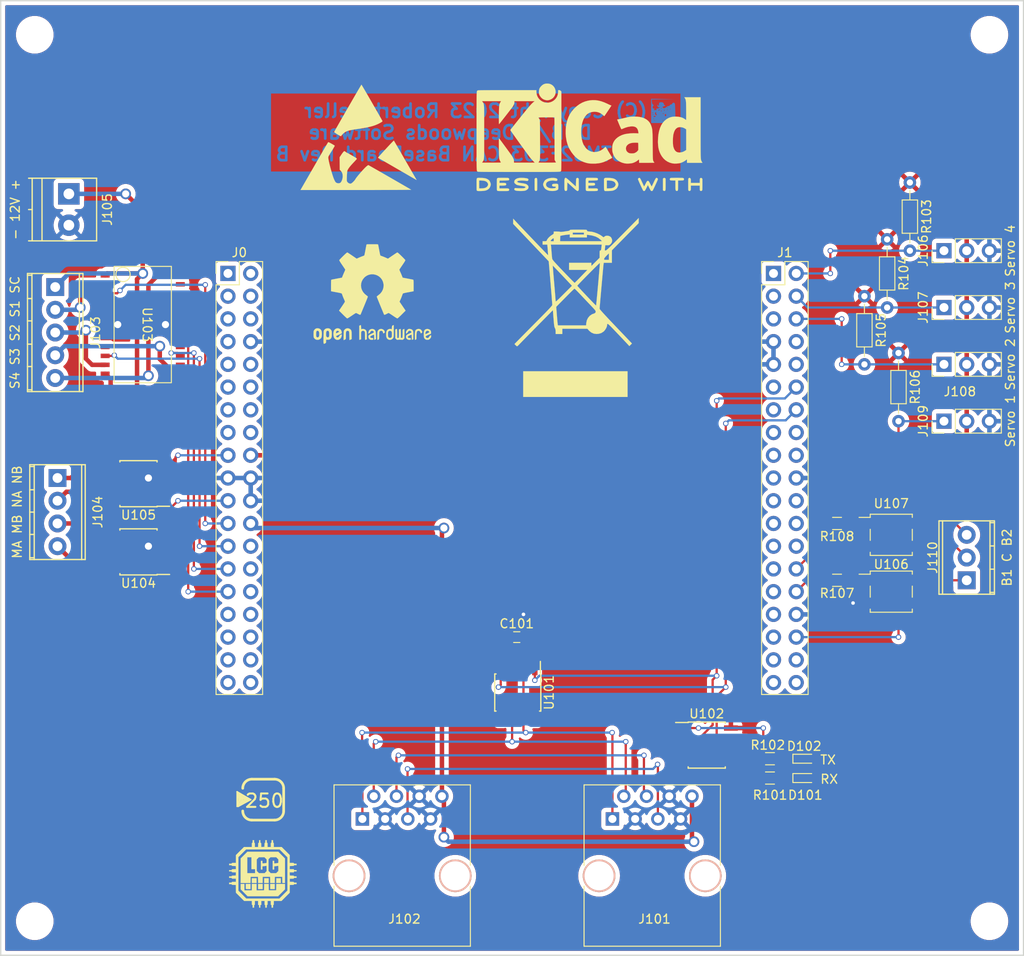
<source format=kicad_pcb>
(kicad_pcb (version 20211014) (generator pcbnew)
  (layers (0 "F.Cu" signal) (31 "B.Cu" signal) (34 "B.Paste" user) (35 "F.Paste" user) (36 "B.SilkS" user "B.Silkscreen") (37 "F.SilkS" user "F.Silkscreen") (38 "B.Mask" user) (39 "F.Mask" user) (44 "Edge.Cuts" user))
  (net 0 "")
  (net 16 "Net-(J0-Pad17)")
  (net 17 "Net-(J0-Pad21)")
  (net 18 "Net-(U103-Pad3)")
  (net 19 "Net-(U103-Pad6)")
  (net 21 "Net-(U103-Pad11)")
  (net 23 "Net-(U103-Pad14)")
  (net 59 "GND")
  (net 60 "+5V")
  (net 61 "/LCC_CAN_12V")
  (net 62 "/CAN_TX")
  (net 63 "/CAN_RX")
  (net 64 "Net-(J101-Pad1)")
  (net 65 "Net-(J101-Pad2)")
  (net 66 "Net-(J101-Pad4)")
  (net 67 "Net-(J101-Pad5)")
  (net 69 "Net-(D101-Pad1)")
  (net 70 "Net-(D102-Pad1)")
  (net 71 "Net-(R101-Pad2)")
  (net 72 "Net-(R102-Pad2)")
  (net 73 "+12V")
  (net 74 "Net-(J103-Pad2)")
  (net 75 "Net-(J103-Pad4)")
  (net 76 "Net-(J103-Pad3)")
  (net 77 "Net-(J103-Pad5)")
  (net 78 "Net-(J104-Pad4)")
  (net 79 "Net-(J104-Pad1)")
  (net 80 "Net-(J104-Pad2)")
  (net 81 "Net-(J104-Pad3)")
  (net 82 "/Servo4")
  (net 83 "/Servo3")
  (net 84 "/Servo2")
  (net 85 "/SSR2")
  (net 86 "/SSR1")
  (net 87 "/Servo1")
  (net 88 "Net-(J110-Pad3)")
  (net 89 "Net-(J110-Pad1)")
  (net 90 "Net-(J110-Pad2)")
  (net 91 "Net-(R107-Pad1)")
  (net 92 "Net-(R108-Pad1)")
  (footprint "LEDs:LED_0603" (layer "F.Cu") (at 133.007 124.968)
    (fp_text reference "D101")
    (fp_text value "RX")
  )
  (footprint "LEDs:LED_0603" (layer "F.Cu") (at 133.007 122.809)
    (fp_text reference "D102")
    (fp_text value "TX")
  )
  (footprint "Resistors_SMD:R_0603" (layer "F.Cu") (at 129.147 124.968 180)
    (fp_text reference "R101")
    (fp_text value "390")
  )
  (footprint "Resistors_SMD:R_0603" (layer "F.Cu") (at 129.147 122.809 180)
    (fp_text reference "R102")
    (fp_text value "390")
  )
  (footprint "Housings_SOIC:SOIC-8_3.9x4.9mm_Pitch1.27mm" (layer "F.Cu") (at 122.08 121.285)
    (fp_text reference "U102")
    (fp_text value "LM358")
  )
  (footprint "Symbols:ESD-Logo_13.2x12mm_SilkScreen" (layer "F.Cu") (at 83.185 53.34)
    (fp_text reference "REF***" hide)
    (fp_text value "ESD-Logo_13.2x12mm_SilkScreen" hide)
  )
  (footprint "Symbols:KiCad-Logo2_12mm_SilkScreen" (layer "F.Cu") (at 108.966 53.34)
    (fp_text reference "REF***" hide)
    (fp_text value "KiCad-Logo2_12mm_SilkScreen" hide)
  )
  (footprint "Symbols:OSHW-Logo2_14.6x12mm_SilkScreen" (layer "F.Cu") (at 84.709 70.866)
    (fp_text reference "REF***" hide)
    (fp_text value "OSHW-Logo2_14.6x12mm_SilkScreen" hide)
  )
  (footprint "Symbols:WEEE-Logo_14x20mm_SilkScreen" (layer "F.Cu") (at 107.442 72.39)
    (fp_text reference "REF***" hide)
    (fp_text value "WEEE-Logo_14x20mm_SilkScreen" hide)
  )
  (footprint "PowerLabels:PowerLabel-250" (layer "F.Cu") (at 72.517 127.381)
    (fp_text reference "REF**" hide)
    (fp_text value "PowerLabel-250" hide)
  )
  (footprint "LCC_LOGO:LCC_LOGO_9x9" (layer "F.Cu") (at 72.517 135.636)
    (fp_text reference "G***" hide)
    (fp_text value "LCC" hide)
  )
  (footprint "DWSLogoBCU:DWSLogoBCU" (layer "F.Cu") (at 117.221 50.419)
    (fp_text reference "")
    (fp_text value "")
  )
  (footprint "stm32Morpho:ST_MorfoHeader" (layer "F.Cu") (at 68.58 68.58)
    (fp_text reference "J0")
    (fp_text value "CN7")
  )
  (footprint "stm32Morpho:ST_MorfoHeader" (layer "F.Cu") (at 129.54 68.58)
    (fp_text reference "J1")
    (fp_text value "CN10")
  )
  (footprint "Capacitors_SMD:C_0603" (layer "F.Cu") (at 100.85 109.22)
    (fp_text reference "C101")
    (fp_text value ".1 uf")
  )
  (footprint "Connectors:RJ45_8" (layer "F.Cu") (at 111.54 129.54)
    (fp_text reference "J101")
    (fp_text value "LCC")
  )
  (footprint "Connectors:RJ45_8" (layer "F.Cu") (at 83.6 129.54)
    (fp_text reference "J102")
    (fp_text value "LCC")
  )
  (footprint "Housings_SOIC:SOIC-8_3.9x4.9mm_Pitch1.27mm" (layer "F.Cu") (at 100.965 115.41 -90)
    (fp_text reference "U101")
    (fp_text value "SN65HVD1050")
  )
  (footprint "Mounting_Holes:MountingHole_3.2mm_M3" (layer "F.Cu") (at 46.99 140.97)
    (fp_text reference "MK101" hide)
    (fp_text value "Mounting_Hole" hide)
  )
  (footprint "Mounting_Holes:MountingHole_3.2mm_M3" (layer "F.Cu") (at 153.67 140.97)
    (fp_text reference "MK102" hide)
    (fp_text value "Mounting_Hole" hide)
  )
  (footprint "Mounting_Holes:MountingHole_3.2mm_M3" (layer "F.Cu") (at 46.99 41.91)
    (fp_text reference "MK103" hide)
    (fp_text value "Mounting_Hole" hide)
  )
  (footprint "Mounting_Holes:MountingHole_3.2mm_M3" (layer "F.Cu") (at 153.67 41.91)
    (fp_text reference "MK104" hide)
    (fp_text value "Mounting_Hole" hide)
  )
  (footprint "Terminal_Blocks:TerminalBlock_Pheonix_MPT-2.54mm_5pol" (layer "F.Cu") (at 49.276 70.104 -90)
    (fp_text reference "J103")
    (fp_text value "S4 S3 S2 S1 SC")
  )
  (footprint "Terminal_Blocks:TerminalBlock_Pheonix_MPT-2.54mm_4pol" (layer "F.Cu") (at 49.53 91.44 -90)
    (fp_text reference "J104")
    (fp_text value "MA MB NA NB")
  )
  (footprint "Housings_SOIC:SOIC-8_3.9x4.9mm_Pitch1.27mm" (layer "F.Cu") (at 58.58 99.695 180)
    (fp_text reference "U104")
    (fp_text value "TC4428")
  )
  (footprint "Housings_SOIC:SOIC-8_3.9x4.9mm_Pitch1.27mm" (layer "F.Cu") (at 58.58 92.075 180)
    (fp_text reference "U105")
    (fp_text value "TC4428")
  )
  (footprint "Terminal_Blocks:TerminalBlock_Pheonix_PT-3.5mm_2pol" (layer "F.Cu") (at 50.8 59.69 -90)
    (fp_text reference "J105")
    (fp_text value "- 12V +")
  )
  (footprint "Pin_Headers:Pin_Header_Straight_1x03_Pitch2.54mm" (layer "F.Cu") (at 148.59 66.04 90)
    (fp_text reference "J106")
    (fp_text value "Servo 4")
  )
  (footprint "Pin_Headers:Pin_Header_Straight_1x03_Pitch2.54mm" (layer "F.Cu") (at 148.59 72.39 90)
    (fp_text reference "J107")
    (fp_text value "Servo 3")
  )
  (footprint "Pin_Headers:Pin_Header_Straight_1x03_Pitch2.54mm" (layer "F.Cu") (at 148.59 78.74 90)
    (fp_text reference "J108")
    (fp_text value "Servo 2")
  )
  (footprint "Pin_Headers:Pin_Header_Straight_1x03_Pitch2.54mm" (layer "F.Cu") (at 148.59 85.09 90)
    (fp_text reference "J109")
    (fp_text value "Servo 1")
  )
  (footprint "Resistors_THT:R_Axial_DIN0204_L3.6mm_D1.6mm_P7.62mm_Horizontal" (layer "F.Cu") (at 144.78 58.42 -90)
    (fp_text reference "R103")
    (fp_text value "5K to 20K")
  )
  (footprint "Resistors_THT:R_Axial_DIN0204_L3.6mm_D1.6mm_P7.62mm_Horizontal" (layer "F.Cu") (at 142.24 64.77 -90)
    (fp_text reference "R104")
    (fp_text value "5K to 20K")
  )
  (footprint "Resistors_THT:R_Axial_DIN0204_L3.6mm_D1.6mm_P7.62mm_Horizontal" (layer "F.Cu") (at 139.7 71.12 -90)
    (fp_text reference "R105")
    (fp_text value "5K to 20K")
  )
  (footprint "Resistors_THT:R_Axial_DIN0204_L3.6mm_D1.6mm_P7.62mm_Horizontal" (layer "F.Cu") (at 143.51 77.47 -90)
    (fp_text reference "R106")
    (fp_text value "5K to 20K")
  )
  (footprint "Terminal_Blocks:TerminalBlock_Pheonix_MPT-2.54mm_3pol" (layer "F.Cu") (at 151.13 102.87 90)
    (fp_text reference "J110")
    (fp_text value "B1 C B2")
  )
  (footprint "Resistors_SMD:R_0603" (layer "F.Cu") (at 136.64 102.87 180)
    (fp_text reference "R107")
    (fp_text value "330")
  )
  (footprint "Resistors_SMD:R_0603" (layer "F.Cu") (at 136.64 96.52 180)
    (fp_text reference "R108")
    (fp_text value "330")
  )
  (footprint "Housings_SOIC:SO-4_4.4x4.3mm_Pitch2.54mm" (layer "F.Cu") (at 142.7 104.14)
    (fp_text reference "U106")
    (fp_text value "G3VM-61VY4")
  )
  (footprint "Housings_SOIC:SO-4_4.4x4.3mm_Pitch2.54mm" (layer "F.Cu") (at 142.7 97.79)
    (fp_text reference "U107")
    (fp_text value "G3VM-61VY4")
  )
  (footprint "MyHSOP:HSOP16-P-300-1.00" (layer "F.Cu") (at 59.055 74.295 -90)
    (fp_text reference "U103")
    (fp_text value "TBD62064AFG")
  )
  (gr_line (start 157.48 38.1) (end 43.18 38.1) (layer "Edge.Cuts") (width 0.15))
  (gr_line (start 43.18 144.78) (end 157.48 144.78) (layer "Edge.Cuts") (width 0.15))
  (gr_line (start 43.18 38.1) (end 43.18 144.78) (layer "Edge.Cuts") (width 0.15))
  (gr_line (start 157.48 144.78) (end 157.48 38.1) (layer "Edge.Cuts") (width 0.15))
  (gr_text "(C) Copyright 2023 Robert Heller\n     D/B/A Deepwoods Software\n     STM32F303 CAN BaseBoard Rev B\n" (at 96.266 52.832) (layer "B.Cu") (effects (font (size 1.5 1.5) (thickness 0.3)) (justify mirror)))
  (segment (start 62.738 89.187) (end 62.738 89.070264) (width 0.25) (layer "F.Cu") (net 16))
  (segment (start 62.738 91.727) (end 62.738 89.070264) (width 0.25) (layer "F.Cu") (net 16))
  (segment (start 62.738 89.408) (end 62.738 89.070264) (width 0.25) (layer "F.Cu") (net 16))
  (segment (start 61.755 90.17) (end 62.738 89.187) (width 0.25) (layer "F.Cu") (net 16))
  (segment (start 62.821737 89.070264) (end 62.992001 88.9) (width 0.25) (layer "F.Cu") (net 16))
  (segment (start 62.738 89.070264) (end 62.821737 89.070264) (width 0.25) (layer "F.Cu") (net 16))
  (segment (start 61.755 92.71) (end 62.738 91.727) (width 0.25) (layer "F.Cu") (net 16))
  (segment (start 61.28 92.71) (end 61.755 92.71) (width 0.25) (layer "F.Cu") (net 16))
  (segment (start 61.28 90.17) (end 61.755 90.17) (width 0.25) (layer "F.Cu") (net 16))
  (segment (start 61.976 90.17) (end 62.738 89.408) (width 0.25) (layer "F.Cu") (net 16))
  (segment (start 62.692002 89.199999) (end 62.992001 88.9) (width 0.25) (layer "F.Cu") (net 16))
  (via (at 62.992001 88.9) (size 0.6) (drill 0.4) (layers "F.Cu" "B.Cu") (net 16))
  (segment (start 68.58 88.9) (end 62.992001 88.9) (width 0.25) (layer "B.Cu") (net 16))
  (segment (start 62.305 97.79) (end 62.380001 97.865001) (width 0.25) (layer "F.Cu") (net 17))
  (segment (start 62.380001 97.865001) (end 62.380001 99.704999) (width 0.25) (layer "F.Cu") (net 17))
  (segment (start 61.28 97.79) (end 61.28 95.692) (width 0.25) (layer "F.Cu") (net 17))
  (segment (start 62.380001 99.704999) (end 61.755 100.33) (width 0.25) (layer "F.Cu") (net 17))
  (segment (start 61.28 95.692) (end 62.692001 94.279999) (width 0.25) (layer "F.Cu") (net 17))
  (segment (start 61.755 100.33) (end 61.28 100.33) (width 0.25) (layer "F.Cu") (net 17))
  (segment (start 61.28 97.79) (end 62.305 97.79) (width 0.25) (layer "F.Cu") (net 17))
  (segment (start 62.692001 94.279999) (end 62.992 93.98) (width 0.25) (layer "F.Cu") (net 17))
  (via (at 62.992 93.98) (size 0.6) (drill 0.4) (layers "F.Cu" "B.Cu") (net 17))
  (segment (start 68.58 93.98) (end 62.992 93.98) (width 0.25) (layer "B.Cu") (net 17))
  (segment (start 66.04 96.52) (end 66.04 69.85) (width 0.25) (layer "F.Cu") (net 18))
  (segment (start 56.205 70.795) (end 56.515 70.485) (width 0.25) (layer "F.Cu") (net 18))
  (segment (start 54.855 70.795) (end 56.205 70.795) (width 0.25) (layer "F.Cu") (net 18))
  (via (at 66.04 69.85) (size 0.6) (drill 0.4) (layers "F.Cu" "B.Cu") (net 18))
  (via (at 56.515 70.485) (size 0.6) (drill 0.4) (layers "F.Cu" "B.Cu") (net 18))
  (via (at 66.04 96.52) (size 0.6) (drill 0.4) (layers "F.Cu" "B.Cu") (net 18))
  (segment (start 66.04 69.85) (end 57.15 69.85) (width 0.25) (layer "B.Cu") (net 18))
  (segment (start 57.15 69.85) (end 56.515 70.485) (width 0.25) (layer "B.Cu") (net 18))
  (segment (start 68.58 96.52) (end 66.04 96.52) (width 0.25) (layer "B.Cu") (net 18))
  (segment (start 55.809 77.795) (end 55.88 77.724) (width 0.25) (layer "F.Cu") (net 19))
  (segment (start 65.405 99.06) (end 65.405 78.105) (width 0.25) (layer "F.Cu") (net 19))
  (segment (start 54.855 77.795) (end 55.809 77.795) (width 0.25) (layer "F.Cu") (net 19))
  (via (at 65.405 99.06) (size 0.6) (drill 0.4) (layers "F.Cu" "B.Cu") (net 19))
  (via (at 65.405 78.105) (size 0.6) (drill 0.4) (layers "F.Cu" "B.Cu") (net 19))
  (via (at 55.88 77.724) (size 0.6) (drill 0.4) (layers "F.Cu" "B.Cu") (net 19))
  (segment (start 56.261 78.105) (end 55.88 77.724) (width 0.25) (layer "B.Cu") (net 19))
  (segment (start 68.58 99.06) (end 65.405 99.06) (width 0.25) (layer "B.Cu") (net 19))
  (segment (start 65.405 78.105) (end 56.261 78.105) (width 0.25) (layer "B.Cu") (net 19))
  (segment (start 62.23 77.47) (end 62.93 77.47) (width 0.25) (layer "F.Cu") (net 21))
  (segment (start 64.77 101.6) (end 64.77 78.91) (width 0.25) (layer "F.Cu") (net 21))
  (segment (start 64.77 78.91) (end 64.77 77.47) (width 0.25) (layer "F.Cu") (net 21))
  (segment (start 62.93 77.47) (end 63.255 77.795) (width 0.25) (layer "F.Cu") (net 21))
  (via (at 62.23 77.47) (size 0.6) (drill 0.4) (layers "F.Cu" "B.Cu") (net 21))
  (via (at 64.77 101.6) (size 0.6) (drill 0.4) (layers "F.Cu" "B.Cu") (net 21))
  (via (at 64.77 77.47) (size 0.6) (drill 0.4) (layers "F.Cu" "B.Cu") (net 21))
  (segment (start 64.77 77.47) (end 62.23 77.47) (width 0.25) (layer "B.Cu") (net 21))
  (segment (start 68.58 101.6) (end 64.77 101.6) (width 0.25) (layer "B.Cu") (net 21))
  (segment (start 64.135 71.12) (end 63.81 70.795) (width 0.25) (layer "F.Cu") (net 23))
  (segment (start 63.81 70.795) (end 63.255 70.795) (width 0.25) (layer "F.Cu") (net 23))
  (segment (start 64.135 104.14) (end 64.135 71.12) (width 0.25) (layer "F.Cu") (net 23))
  (via (at 64.135 104.14) (size 0.6) (drill 0.4) (layers "F.Cu" "B.Cu") (net 23))
  (segment (start 68.58 104.14) (end 64.135 104.14) (width 0.25) (layer "B.Cu") (net 23))
  (segment (start 101.6 112.71) (end 101.6 109.22) (width 0.25) (layer "F.Cu") (net 59))
  (segment (start 139.7 104.76) (end 139.7 105.41) (width 0.25) (layer "F.Cu") (net 59))
  (segment (start 141.224 103.236) (end 139.7 104.76) (width 0.25) (layer "F.Cu") (net 59))
  (segment (start 101.6 109.22) (end 101.6 106.68) (width 0.25) (layer "F.Cu") (net 59))
  (segment (start 119.38 123.19) (end 119.38 125.51) (width 0.25) (layer "F.Cu") (net 59))
  (segment (start 63.255 74.295) (end 61.595 74.295) (width 0.5) (layer "F.Cu") (net 59))
  (segment (start 61.28 91.44) (end 59.69 91.44) (width 0.5) (layer "F.Cu") (net 59))
  (segment (start 101.6 113.735) (end 101.6 112.71) (width 0.25) (layer "F.Cu") (net 59))
  (segment (start 102.87 118.11) (end 102.87 117.085) (width 0.25) (layer "F.Cu") (net 59))
  (segment (start 139.7 99.71) (end 141.224 101.234) (width 0.25) (layer "F.Cu") (net 59))
  (segment (start 101.6 115.815) (end 101.6 113.735) (width 0.25) (layer "F.Cu") (net 59))
  (segment (start 61.28 99.06) (end 59.69 99.06) (width 0.5) (layer "F.Cu") (net 59))
  (segment (start 139.7 99.06) (end 139.7 99.71) (width 0.25) (layer "F.Cu") (net 59))
  (segment (start 54.855 74.295) (end 56.261 74.295) (width 0.5) (layer "F.Cu") (net 59))
  (segment (start 102.87 117.085) (end 101.6 115.815) (width 0.25) (layer "F.Cu") (net 59))
  (segment (start 139.7 105.41) (end 138.43 105.41) (width 0.25) (layer "F.Cu") (net 59))
  (segment (start 119.38 125.51) (end 117.89 127) (width 0.25) (layer "F.Cu") (net 59))
  (segment (start 141.224 101.234) (end 141.224 103.236) (width 0.25) (layer "F.Cu") (net 59))
  (via (at 59.69 99.06) (size 1.2) (drill 0.8) (layers "F.Cu" "B.Cu") (net 59))
  (via (at 138.43 105.41) (size 0.6) (drill 0.4) (layers "F.Cu" "B.Cu") (net 59))
  (via (at 101.6 106.68) (size 0.6) (drill 0.4) (layers "F.Cu" "B.Cu") (net 59))
  (via (at 56.261 74.295) (size 1.2) (drill 0.8) (layers "F.Cu" "B.Cu") (net 59))
  (via (at 61.595 74.295) (size 1.2) (drill 0.8) (layers "F.Cu" "B.Cu") (net 59))
  (via (at 59.69 91.44) (size 1.2) (drill 0.8) (layers "F.Cu" "B.Cu") (net 59))
  (segment (start 92.71 127.22) (end 92.49 127) (width 0.5) (layer "F.Cu") (net 61))
  (segment (start 92.71 131.572) (end 92.71 127.22) (width 0.5) (layer "F.Cu") (net 61))
  (segment (start 92.49 127) (end 92.49 97.248) (width 0.5) (layer "F.Cu") (net 61))
  (segment (start 120.43 131.86) (end 120.65 132.08) (width 0.5) (layer "F.Cu") (net 61))
  (segment (start 120.43 127) (end 120.43 131.86) (width 0.5) (layer "F.Cu") (net 61))
  (segment (start 92.49 97.248) (end 92.71 97.028) (width 0.5) (layer "F.Cu") (net 61))
  (via (at 92.71 131.572) (size 1.2) (drill 0.8) (layers "F.Cu" "B.Cu") (net 61))
  (via (at 92.71 97.028) (size 1.2) (drill 0.8) (layers "F.Cu" "B.Cu") (net 61))
  (via (at 120.65 132.08) (size 1.2) (drill 0.8) (layers "F.Cu" "B.Cu") (net 61))
  (segment (start 92.71 97.028) (end 71.628 97.028) (width 0.5) (layer "B.Cu") (net 61))
  (segment (start 120.65 132.08) (end 93.218 132.08) (width 0.5) (layer "B.Cu") (net 61))
  (segment (start 93.218 132.08) (end 92.71 131.572) (width 0.5) (layer "B.Cu") (net 61))
  (segment (start 71.628 97.028) (end 71.12 96.52) (width 0.5) (layer "B.Cu") (net 61))
  (segment (start 123.19 82.804) (end 123.19 113.538) (width 0.25) (layer "F.Cu") (net 62))
  (segment (start 122.73999 113.98801) (end 122.890001 113.837999) (width 0.25) (layer "F.Cu") (net 62))
  (segment (start 119.38 121.92) (end 119.855 121.92) (width 0.25) (layer "F.Cu") (net 62))
  (segment (start 102.87 114.046) (end 102.87 112.71) (width 0.25) (layer "F.Cu") (net 62))
  (segment (start 122.73999 119.03501) (end 122.73999 113.98801) (width 0.25) (layer "F.Cu") (net 62))
  (segment (start 119.855 121.92) (end 122.73999 119.03501) (width 0.25) (layer "F.Cu") (net 62))
  (segment (start 122.890001 113.837999) (end 123.19 113.538) (width 0.25) (layer "F.Cu") (net 62))
  (via (at 102.87 114.046) (size 0.6) (drill 0.4) (layers "F.Cu" "B.Cu") (net 62))
  (via (at 123.19 113.538) (size 0.6) (drill 0.4) (layers "F.Cu" "B.Cu") (net 62))
  (via (at 123.19 82.804) (size 0.6) (drill 0.4) (layers "F.Cu" "B.Cu") (net 62))
  (segment (start 130.81 82.55) (end 123.444 82.55) (width 0.25) (layer "B.Cu") (net 62))
  (segment (start 132.08 81.28) (end 130.81 82.55) (width 0.25) (layer "B.Cu") (net 62))
  (segment (start 123.19 113.538) (end 103.378 113.538) (width 0.25) (layer "B.Cu") (net 62))
  (segment (start 123.444 82.55) (end 123.19 82.804) (width 0.25) (layer "B.Cu") (net 62))
  (segment (start 103.378 113.538) (end 102.87 114.046) (width 0.25) (layer "B.Cu") (net 62))
  (segment (start 124.305 123.19) (end 123.19 122.075) (width 0.25) (layer "F.Cu") (net 63))
  (segment (start 124.78 123.19) (end 124.305 123.19) (width 0.25) (layer "F.Cu") (net 63))
  (segment (start 99.06 112.71) (end 99.06 114.554) (width 0.25) (layer "F.Cu") (net 63))
  (segment (start 124.206 114.808) (end 124.206 85.344) (width 0.25) (layer "F.Cu") (net 63))
  (segment (start 99.06 114.554) (end 98.806 114.808) (width 0.25) (layer "F.Cu") (net 63))
  (segment (start 123.19 115.824) (end 124.206 114.808) (width 0.25) (layer "F.Cu") (net 63))
  (segment (start 123.19 122.075) (end 123.19 115.824) (width 0.25) (layer "F.Cu") (net 63))
  (via (at 124.206 85.344) (size 0.6) (drill 0.4) (layers "F.Cu" "B.Cu") (net 63))
  (via (at 124.206 114.808) (size 0.6) (drill 0.4) (layers "F.Cu" "B.Cu") (net 63))
  (via (at 98.806 114.808) (size 0.6) (drill 0.4) (layers "F.Cu" "B.Cu") (net 63))
  (segment (start 131.230001 84.669999) (end 132.08 83.82) (width 0.25) (layer "B.Cu") (net 63))
  (segment (start 98.806 114.808) (end 124.206 114.808) (width 0.25) (layer "B.Cu") (net 63))
  (segment (start 130.904999 84.995001) (end 131.230001 84.669999) (width 0.25) (layer "B.Cu") (net 63))
  (segment (start 124.206 85.344) (end 124.554999 84.995001) (width 0.25) (layer "B.Cu") (net 63))
  (segment (start 124.554999 84.995001) (end 130.904999 84.995001) (width 0.25) (layer "B.Cu") (net 63))
  (segment (start 83.6 122.97) (end 83.566 122.936) (width 0.25) (layer "F.Cu") (net 64))
  (segment (start 83.6 129.54) (end 83.6 122.97) (width 0.25) (layer "F.Cu") (net 64))
  (segment (start 101.6 119.634) (end 101.854 119.888) (width 0.25) (layer "F.Cu") (net 64))
  (segment (start 101.6 118.11) (end 101.6 119.634) (width 0.25) (layer "F.Cu") (net 64))
  (segment (start 111.54 119.92198) (end 111.506 119.88798) (width 0.25) (layer "F.Cu") (net 64))
  (segment (start 83.566 120.312264) (end 83.566 119.888) (width 0.25) (layer "F.Cu") (net 64))
  (segment (start 111.54 129.54) (end 111.54 119.92198) (width 0.25) (layer "F.Cu") (net 64))
  (segment (start 83.566 122.936) (end 83.566 120.312264) (width 0.25) (layer "F.Cu") (net 64))
  (via (at 83.566 119.888) (size 0.6) (drill 0.4) (layers "F.Cu" "B.Cu") (net 64))
  (via (at 111.506 119.88798) (size 0.6) (drill 0.4) (layers "F.Cu" "B.Cu") (net 64))
  (via (at 101.854 119.888) (size 0.6) (drill 0.4) (layers "F.Cu" "B.Cu") (net 64))
  (segment (start 101.854 119.888) (end 111.50598 119.888) (width 0.25) (layer "B.Cu") (net 64))
  (segment (start 101.854 119.888) (end 83.566 119.888) (width 0.25) (layer "B.Cu") (net 64))
  (segment (start 111.50598 119.888) (end 111.506 119.88798) (width 0.25) (layer "B.Cu") (net 64))
  (segment (start 100.33 118.11) (end 100.33 120.904) (width 0.25) (layer "F.Cu") (net 65))
  (segment (start 84.87 121.124) (end 85.09 120.904) (width 0.25) (layer "F.Cu") (net 65))
  (segment (start 113.029994 122.427994) (end 113.029994 121.328264) (width 0.25) (layer "F.Cu") (net 65))
  (segment (start 113.029994 121.328264) (end 113.029994 120.904) (width 0.25) (layer "F.Cu") (net 65))
  (segment (start 84.87 127) (end 84.87 121.124) (width 0.25) (layer "F.Cu") (net 65))
  (segment (start 113.03 126.78) (end 113.03 122.428) (width 0.25) (layer "F.Cu") (net 65))
  (segment (start 100.33 120.904) (end 100.329997 120.904003) (width 0.25) (layer "F.Cu") (net 65))
  (segment (start 113.03 122.428) (end 113.029994 122.427994) (width 0.25) (layer "F.Cu") (net 65))
  (via (at 85.09 120.904) (size 0.6) (drill 0.4) (layers "F.Cu" "B.Cu") (net 65))
  (via (at 113.029994 120.904) (size 0.6) (drill 0.4) (layers "F.Cu" "B.Cu") (net 65))
  (via (at 100.329997 120.904003) (size 0.6) (drill 0.4) (layers "F.Cu" "B.Cu") (net 65))
  (segment (start 100.329997 120.904003) (end 85.090003 120.904003) (width 0.25) (layer "B.Cu") (net 65))
  (segment (start 85.090003 120.904003) (end 85.09 120.904) (width 0.25) (layer "B.Cu") (net 65))
  (segment (start 100.329997 120.904003) (end 113.029991 120.904003) (width 0.25) (layer "B.Cu") (net 65))
  (segment (start 113.029991 120.904003) (end 113.029994 120.904) (width 0.25) (layer "B.Cu") (net 65))
  (segment (start 115.062 126.712) (end 115.35 127) (width 0.25) (layer "F.Cu") (net 66))
  (segment (start 87.41 127) (end 87.41 122.648) (width 0.25) (layer "F.Cu") (net 66))
  (segment (start 115.062 122.428) (end 115.062 126.712) (width 0.25) (layer "F.Cu") (net 66))
  (segment (start 87.41 122.648) (end 87.63 122.428) (width 0.25) (layer "F.Cu") (net 66))
  (via (at 87.63 122.428) (size 0.6) (drill 0.4) (layers "F.Cu" "B.Cu") (net 66))
  (via (at 115.062 122.428) (size 0.6) (drill 0.4) (layers "F.Cu" "B.Cu") (net 66))
  (segment (start 87.63 122.428) (end 115.062 122.428) (width 0.25) (layer "B.Cu") (net 66))
  (segment (start 88.646 123.952) (end 88.646 129.506) (width 0.25) (layer "F.Cu") (net 67))
  (segment (start 88.646 129.506) (end 88.68 129.54) (width 0.25) (layer "F.Cu") (net 67))
  (segment (start 116.62 123.478) (end 116.586 123.444) (width 0.25) (layer "F.Cu") (net 67))
  (segment (start 116.62 129.54) (end 116.62 123.478) (width 0.25) (layer "F.Cu") (net 67))
  (via (at 116.586 123.444) (size 0.6) (drill 0.4) (layers "F.Cu" "B.Cu") (net 67))
  (via (at 88.646 123.952) (size 0.6) (drill 0.4) (layers "F.Cu" "B.Cu") (net 67))
  (segment (start 116.586 123.444) (end 116.078 123.952) (width 0.25) (layer "B.Cu") (net 67))
  (segment (start 116.078 123.952) (end 88.646 123.952) (width 0.25) (layer "B.Cu") (net 67))
  (segment (start 129.897 124.968) (end 132.207 124.968) (width 0.25) (layer "F.Cu") (net 69))
  (segment (start 129.897 122.809) (end 132.207 122.809) (width 0.25) (layer "F.Cu") (net 70))
  (segment (start 126.5 123.96) (end 127.508 124.968) (width 0.25) (layer "F.Cu") (net 71))
  (segment (start 127.508 124.968) (end 128.143 124.968) (width 0.25) (layer "F.Cu") (net 71))
  (segment (start 126.5 120.65) (end 126.5 123.96) (width 0.25) (layer "F.Cu") (net 71))
  (segment (start 124.78 120.65) (end 126.5 120.65) (width 0.25) (layer "F.Cu") (net 71))
  (segment (start 124.78 121.92) (end 124.78 120.65) (width 0.25) (layer "F.Cu") (net 71))
  (segment (start 128.397 124.968) (end 128.143 124.968) (width 0.25) (layer "F.Cu") (net 71))
  (segment (start 119.38 119.38) (end 119.38 120.65) (width 0.25) (layer "F.Cu") (net 72))
  (segment (start 119.38 119.38) (end 121.158 119.38) (width 0.25) (layer "F.Cu") (net 72))
  (segment (start 128.397 119.38) (end 128.397 122.809) (width 0.25) (layer "F.Cu") (net 72))
  (via (at 121.158 119.38) (size 0.6) (drill 0.4) (layers "F.Cu" "B.Cu") (net 72))
  (via (at 128.397 119.38) (size 0.6) (drill 0.4) (layers "F.Cu" "B.Cu") (net 72))
  (segment (start 121.158 119.38) (end 127.254 119.38) (width 0.25) (layer "B.Cu") (net 72))
  (segment (start 127.254 119.38) (end 128.397 119.38) (width 0.25) (layer "B.Cu") (net 72))
  (segment (start 57.155 82.776) (end 57.0395 82.6605) (width 0.5) (layer "F.Cu") (net 73))
  (segment (start 59.055 68.58) (end 58.42 69.215) (width 0.5) (layer "F.Cu") (net 73))
  (segment (start 57.15 59.69) (end 59.055 61.595) (width 0.5) (layer "F.Cu") (net 73))
  (segment (start 55.468 81.089) (end 55.468 80.408) (width 0.5) (layer "F.Cu") (net 73))
  (segment (start 59.055 61.595) (end 59.055 68.58) (width 0.5) (layer "F.Cu") (net 73))
  (segment (start 56.355 91.44) (end 55.88 91.44) (width 0.5) (layer "F.Cu") (net 73))
  (segment (start 57.0395 82.6605) (end 55.468 81.089) (width 0.5) (layer "F.Cu") (net 73))
  (segment (start 57.155 92.24) (end 57.155 82.776) (width 0.5) (layer "F.Cu") (net 73))
  (segment (start 57.155 92.24) (end 56.355 91.44) (width 0.5) (layer "F.Cu") (net 73))
  (segment (start 58.42 81.28) (end 57.0395 82.6605) (width 0.5) (layer "F.Cu") (net 73))
  (segment (start 57.155 98.26) (end 57.155 92.24) (width 0.5) (layer "F.Cu") (net 73))
  (segment (start 56.355 99.06) (end 57.155 98.26) (width 0.5) (layer "F.Cu") (net 73))
  (segment (start 55.88 99.06) (end 56.355 99.06) (width 0.5) (layer "F.Cu") (net 73))
  (segment (start 59.055 68.58) (end 55.07 68.58) (width 0.5) (layer "F.Cu") (net 73))
  (segment (start 55.07 68.58) (end 54.855 68.795) (width 0.5) (layer "F.Cu") (net 73))
  (segment (start 58.42 69.215) (end 58.42 81.28) (width 0.5) (layer "F.Cu") (net 73))
  (segment (start 55.468 80.408) (end 54.855 79.795) (width 0.5) (layer "F.Cu") (net 73))
  (via (at 59.055 68.58) (size 1.2) (drill 0.8) (layers "F.Cu" "B.Cu") (net 73))
  (via (at 57.15 59.69) (size 1.2) (drill 0.8) (layers "F.Cu" "B.Cu") (net 73))
  (segment (start 57.15 59.69) (end 50.8 59.69) (width 0.5) (layer "B.Cu") (net 73))
  (segment (start 59.055 68.58) (end 50.8 68.58) (width 0.5) (layer "B.Cu") (net 73))
  (segment (start 50.8 68.58) (end 49.276 70.104) (width 0.5) (layer "B.Cu") (net 73))
  (segment (start 52.07 72.39) (end 52.07 69.85) (width 0.5) (layer "F.Cu") (net 74))
  (segment (start 52.125 69.795) (end 54.855 69.795) (width 0.5) (layer "F.Cu") (net 74))
  (segment (start 52.07 69.85) (end 52.125 69.795) (width 0.5) (layer "F.Cu") (net 74))
  (via (at 52.07 72.39) (size 1.2) (drill 0.8) (layers "F.Cu" "B.Cu") (net 74))
  (segment (start 49.276 72.644) (end 51.816 72.644) (width 0.5) (layer "B.Cu") (net 74))
  (segment (start 51.816 72.644) (end 52.07 72.39) (width 0.5) (layer "B.Cu") (net 74))
  (segment (start 60.96 78.15) (end 62.605 79.795) (width 0.5) (layer "F.Cu") (net 75))
  (segment (start 60.96 76.708) (end 60.96 78.15) (width 0.5) (layer "F.Cu") (net 75))
  (segment (start 62.605 79.795) (end 63.255 79.795) (width 0.5) (layer "F.Cu") (net 75))
  (via (at 60.96 76.708) (size 1.2) (drill 0.8) (layers "F.Cu" "B.Cu") (net 75))
  (segment (start 50.292 76.708) (end 49.276 77.724) (width 0.5) (layer "B.Cu") (net 75))
  (segment (start 60.96 76.708) (end 50.292 76.708) (width 0.5) (layer "B.Cu") (net 75))
  (segment (start 53.395 78.795) (end 54.855 78.795) (width 0.5) (layer "F.Cu") (net 76))
  (segment (start 52.705 74.93) (end 52.705 78.105) (width 0.5) (layer "F.Cu") (net 76))
  (segment (start 52.705 78.105) (end 53.395 78.795) (width 0.5) (layer "F.Cu") (net 76))
  (via (at 52.705 74.93) (size 1.2) (drill 0.8) (layers "F.Cu" "B.Cu") (net 76))
  (segment (start 52.451 75.184) (end 52.705 74.93) (width 0.5) (layer "B.Cu") (net 76))
  (segment (start 49.276 75.184) (end 52.451 75.184) (width 0.5) (layer "B.Cu") (net 76))
  (segment (start 59.69 69.85) (end 60.745 68.795) (width 0.5) (layer "F.Cu") (net 77))
  (segment (start 60.745 68.795) (end 63.255 68.795) (width 0.5) (layer "F.Cu") (net 77))
  (segment (start 59.69 80.01) (end 59.69 69.85) (width 0.5) (layer "F.Cu") (net 77))
  (via (at 59.69 80.01) (size 1.2) (drill 0.8) (layers "F.Cu" "B.Cu") (net 77))
  (segment (start 59.436 80.264) (end 49.276 80.264) (width 0.5) (layer "B.Cu") (net 77))
  (segment (start 59.69 80.01) (end 59.436 80.264) (width 0.5) (layer "B.Cu") (net 77))
  (segment (start 50.8 100.33) (end 55.88 100.33) (width 0.5) (layer "F.Cu") (net 78))
  (segment (start 49.53 99.06) (end 50.8 100.33) (width 0.5) (layer "F.Cu") (net 78))
  (segment (start 51.02949 91.44) (end 52.29949 90.17) (width 0.5) (layer "F.Cu") (net 79))
  (segment (start 49.53 91.44) (end 51.02949 91.44) (width 0.5) (layer "F.Cu") (net 79))
  (segment (start 54.605 90.17) (end 55.88 90.17) (width 0.5) (layer "F.Cu") (net 79))
  (segment (start 52.29949 90.17) (end 54.605 90.17) (width 0.5) (layer "F.Cu") (net 79))
  (segment (start 54.334489 92.980511) (end 54.605 92.71) (width 0.5) (layer "F.Cu") (net 80))
  (segment (start 49.53 93.98) (end 50.529489 92.980511) (width 0.5) (layer "F.Cu") (net 80))
  (segment (start 50.529489 92.980511) (end 54.334489 92.980511) (width 0.5) (layer "F.Cu") (net 80))
  (segment (start 54.605 92.71) (end 55.88 92.71) (width 0.5) (layer "F.Cu") (net 80))
  (segment (start 53.34 97.79) (end 55.88 97.79) (width 0.5) (layer "F.Cu") (net 81))
  (segment (start 49.53 96.52) (end 52.07 96.52) (width 0.5) (layer "F.Cu") (net 81))
  (segment (start 52.07 96.52) (end 53.34 97.79) (width 0.5) (layer "F.Cu") (net 81))
  (segment (start 135.89 66.04) (end 135.89 68.58) (width 0.25) (layer "F.Cu") (net 82))
  (via (at 135.89 66.04) (size 0.6) (drill 0.4) (layers "F.Cu" "B.Cu") (net 82))
  (via (at 135.89 68.58) (size 0.6) (drill 0.4) (layers "F.Cu" "B.Cu") (net 82))
  (segment (start 135.89 68.58) (end 132.08 68.58) (width 0.25) (layer "B.Cu") (net 82))
  (segment (start 148.59 66.04) (end 144.78 66.04) (width 0.25) (layer "B.Cu") (net 82))
  (segment (start 144.78 66.04) (end 135.89 66.04) (width 0.25) (layer "B.Cu") (net 82))
  (segment (start 142.24 72.39) (end 133.35 72.39) (width 0.25) (layer "B.Cu") (net 83))
  (segment (start 133.35 72.39) (end 132.08 71.12) (width 0.25) (layer "B.Cu") (net 83))
  (segment (start 148.59 72.39) (end 142.24 72.39) (width 0.25) (layer "B.Cu") (net 83))
  (segment (start 137.16 78.74) (end 137.16 73.66) (width 0.25) (layer "F.Cu") (net 84))
  (via (at 137.16 73.66) (size 0.6) (drill 0.4) (layers "F.Cu" "B.Cu") (net 84))
  (via (at 137.16 78.74) (size 0.6) (drill 0.4) (layers "F.Cu" "B.Cu") (net 84))
  (segment (start 139.7 78.74) (end 137.16 78.74) (width 0.25) (layer "B.Cu") (net 84))
  (segment (start 137.16 73.66) (end 132.08 73.66) (width 0.25) (layer "B.Cu") (net 84))
  (segment (start 148.59 78.74) (end 139.7 78.74) (width 0.25) (layer "B.Cu") (net 84))
  (segment (start 135.89 96.52) (end 135.89 97.79) (width 0.25) (layer "F.Cu") (net 85))
  (segment (start 135.89 97.79) (end 132.08 101.6) (width 0.25) (layer "F.Cu") (net 85))
  (segment (start 135.89 102.87) (end 133.35 102.87) (width 0.25) (layer "F.Cu") (net 86))
  (segment (start 133.35 102.87) (end 132.08 104.14) (width 0.25) (layer "F.Cu") (net 86))
  (segment (start 143.51 85.09) (end 143.51 109.22) (width 0.25) (layer "F.Cu") (net 87))
  (via (at 143.51 109.22) (size 0.6) (drill 0.4) (layers "F.Cu" "B.Cu") (net 87))
  (segment (start 148.59 85.09) (end 143.51 85.09) (width 0.25) (layer "B.Cu") (net 87))
  (segment (start 143.51 109.22) (end 132.08 109.22) (width 0.25) (layer "B.Cu") (net 87))
  (segment (start 149.86 96.52) (end 151.13 97.79) (width 0.25) (layer "F.Cu") (net 88))
  (segment (start 145.7 96.52) (end 149.86 96.52) (width 0.25) (layer "F.Cu") (net 88))
  (segment (start 145.7 102.87) (end 151.13 102.87) (width 0.25) (layer "F.Cu") (net 89))
  (segment (start 144.272 103.332) (end 145.7 104.76) (width 0.25) (layer "F.Cu") (net 90))
  (segment (start 149.86 99.06) (end 151.13 100.33) (width 0.25) (layer "F.Cu") (net 90))
  (segment (start 145.7 99.06) (end 149.86 99.06) (width 0.25) (layer "F.Cu") (net 90))
  (segment (start 145.7 99.06) (end 145.5 99.06) (width 0.25) (layer "F.Cu") (net 90))
  (segment (start 144.272 100.288) (end 144.272 103.332) (width 0.25) (layer "F.Cu") (net 90))
  (segment (start 145.7 104.76) (end 145.7 105.41) (width 0.25) (layer "F.Cu") (net 90))
  (segment (start 145.5 99.06) (end 144.272 100.288) (width 0.25) (layer "F.Cu") (net 90))
  (segment (start 139.7 102.87) (end 137.39 102.87) (width 0.25) (layer "F.Cu") (net 91))
  (segment (start 139.7 96.52) (end 137.39 96.52) (width 0.25) (layer "F.Cu") (net 92))
  (zone (net 59) (net_name "GND") (layer "F.Cu") (connect_pads yes (clearance 0.508)) (min_thickness 0.254) (fill yes (thermal_gap 0.508) (thermal_bridge_width 0.508))
    (polygon (pts (xy 62.992 75.946) (xy 60.198 75.946) (xy 60.198 72.644) (xy 62.992 72.644)))
  )
  (zone (net 60) (net_name "+5V") (layer "F.Cu") (connect_pads (clearance 0.508)) (min_thickness 0.254) (fill yes (thermal_gap 0.508) (thermal_bridge_width 0.508))
    (polygon (pts (xy 157.48 144.78) (xy 43.18 144.78) (xy 43.18 38.1) (xy 58.42 38.1) (xy 157.48 38.1)))
  )
  (zone (net 59) (net_name "GND") (layer "F.Cu") (connect_pads yes (clearance 0.508)) (min_thickness 0.254) (fill yes (thermal_gap 0.508) (thermal_bridge_width 0.508))
    (polygon (pts (xy 57.785 76.2) (xy 55.245 76.2) (xy 55.245 72.39) (xy 57.785 72.39)))
  )
  (zone (net 59) (net_name "GND") (layer "B.Cu") (connect_pads (clearance 0.508)) (min_thickness 0.254) (fill yes (thermal_gap 0.508) (thermal_bridge_width 0.508))
    (polygon (pts (xy 157.48 144.78) (xy 43.18 144.78) (xy 43.18 38.1) (xy 157.48 38.1)))
  )
)
</source>
